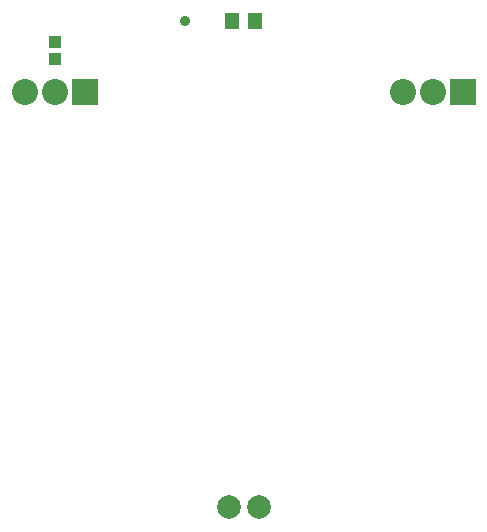
<source format=gts>
G04 Layer_Color=8388736*
%FSLAX44Y44*%
%MOMM*%
G71*
G01*
G75*
%ADD19R,1.0532X1.0532*%
%ADD20R,1.2032X1.4532*%
%ADD21C,2.0032*%
%ADD22R,2.2032X2.2032*%
%ADD23C,2.2032*%
%ADD24C,0.9032*%
D19*
X-160000Y537000D02*
D03*
Y523000D02*
D03*
D20*
X10000Y555000D02*
D03*
X-10000D02*
D03*
D21*
X12700Y143000D02*
D03*
X-12700D02*
D03*
D22*
X185400Y495000D02*
D03*
X-134600D02*
D03*
D23*
X160000D02*
D03*
X134600D02*
D03*
X-160000D02*
D03*
X-185400D02*
D03*
D24*
X-50000Y555000D02*
D03*
M02*

</source>
